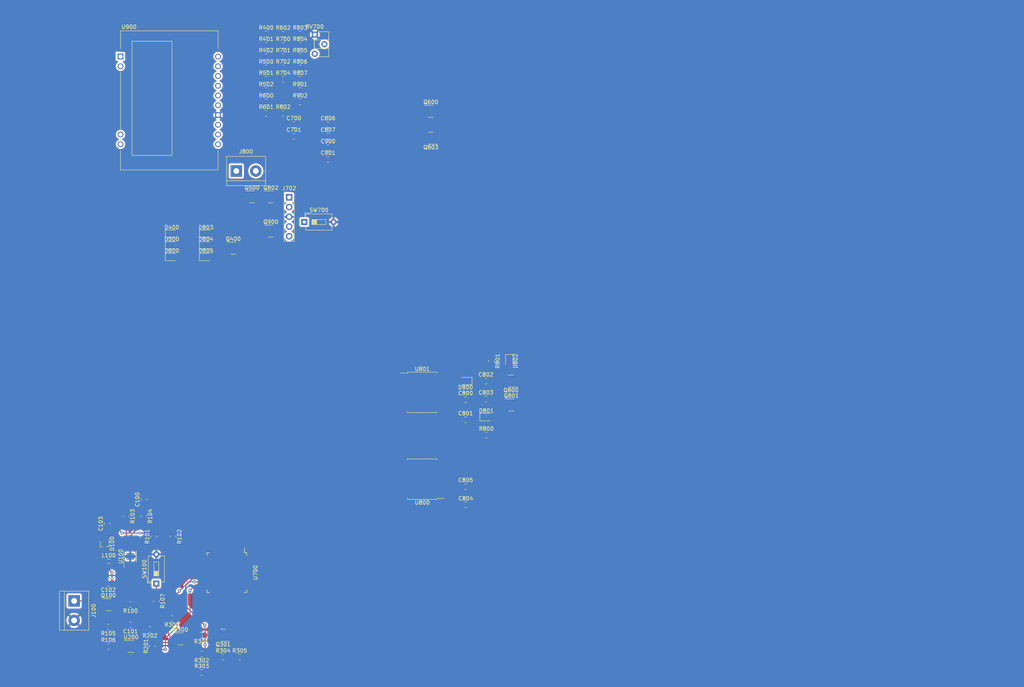
<source format=kicad_pcb>
(kicad_pcb (version 20221018) (generator pcbnew)
  (layers (0 "F.Cu" signal) (31 "B.Cu" signal) (34 "B.Paste" user) (35 "F.Paste" user) (36 "B.SilkS" user "B.Silkscreen") (37 "F.SilkS" user "F.Silkscreen") (38 "B.Mask" user) (39 "F.Mask" user) (44 "Edge.Cuts" user))
  (net 0 "")
  (net 1 "VBAT")
  (net 2 "GND")
  (net 3 "Net-(J800-Pin_1)")
  (net 4 "Net-(J800-Pin_2)")
  (net 5 "Net-(U100-RUN{slash}SS)")
  (net 6 "BAT_RPP")
  (net 7 "Net-(U100-FB)")
  (net 8 "3V3")
  (net 9 "Net-(D804-A)")
  (net 10 "Net-(C100-Pad1)")
  (net 11 "Net-(U100-VC)")
  (net 12 "Net-(Q100-G)")
  (net 13 "Net-(SW100A-A)")
  (net 14 "INA")
  (net 15 "CURENT_MON")
  (net 16 "Net-(Q300-B)")
  (net 17 "Net-(Q301-B)")
  (net 18 "Net-(Q301-C)")
  (net 19 "BAT_MON")
  (net 20 "Net-(Q300-C)")
  (net 21 "BAT_MON_CMD")
  (net 22 "Net-(D400-K)")
  (net 23 "Net-(Q400-C)")
  (net 24 "Net-(Q400-B)")
  (net 25 "Net-(Q500-B)")
  (net 26 "Net-(D500-K)")
  (net 27 "Net-(Q500-C)")
  (net 28 "Net-(Q600-B)")
  (net 29 "Net-(D600-K)")
  (net 30 "Net-(Q600-C)")
  (net 31 "Net-(SW700A-A)")
  (net 32 "Net-(U700-RB5{slash}AN13{slash}CPS5{slash}CCP3{slash}P3A{slash}T1G{slash}COM1)")
  (net 33 "MCLR{slash}VPP")
  (net 34 "Net-(D801-K)")
  (net 35 "Net-(D801-A)")
  (net 36 "Net-(D802-K)")
  (net 37 "Net-(D802-A)")
  (net 38 "Net-(U100-RT)")
  (net 39 "Net-(D804-K)")
  (net 40 "Net-(D805-K)")
  (net 41 "Net-(D805-A)")
  (net 42 "Net-(Q900-C)")
  (net 43 "Net-(R901-Pad2)")
  (net 44 "DISPLAY")
  (net 45 "Net-(Q900-B)")
  (net 46 "Net-(U700-RB0{slash}AN12{slash}CPS0{slash}SRI{slash}INT{slash}SEG0)")
  (net 48 "Net-(D100-K)")
  (net 51 "Net-(D803-K)")
  (net 54 "P1B")
  (net 55 "P1A")
  (net 59 "Net-(D800-K)")
  (net 63 "Net-(U100-BOOST)")
  (net 70 "Net-(C700-Pad2)")
  (net 77 "ICSPCLK")
  (net 78 "ICSPDAT")
  (net 79 "SA0")
  (net 80 "CS")
  (net 81 "IM1")
  (net 84 "RST")
  (net 85 "Net-(C701-Pad2)")
  (net 92 "SCL")
  (net 95 "SID")
  (net 96 "SDO")
  (net 98 "Net-(C900-Pad2)")
  (footprint "Capacitor_SMD:C_0805_2012Metric" (layer "F.Cu") (at 43.4572 167.2892 180)
    (fp_text reference "C102")
    (fp_text value "0.47u")
  )
  (footprint "Diode_SMD:D_0805_2012Metric" (layer "F.Cu") (at 68.8775 79.195)
    (fp_text reference "D804")
    (fp_text value "D")
  )
  (footprint "Package_SO:SOIC-16W_7.5x10.3mm_P1.27mm" (layer "F.Cu") (at 125.222 140.1318 180)
    (fp_text reference "U800")
    (fp_text value "IR2110S")
  )
  (footprint "Resistor_SMD:R_0805_2012Metric" (layer "F.Cu") (at 55.2428 155.0972 90)
    (fp_text reference "R101")
    (fp_text value "550k")
  )
  (footprint "Capacitor_SMD:C_0805_2012Metric" (layer "F.Cu") (at 141.8184 119.2276)
    (fp_text reference "C803")
    (fp_text value "100n")
  )
  (footprint "Connector_PinHeader_2.54mm:PinHeader_1x05_P2.54mm_Vertical" (layer "F.Cu") (at 90.5475 66.66)
    (fp_text reference "J702")
    (fp_text value "Conn_01x05_Pin")
  )
  (footprint "Capacitor_SMD:C_0805_2012Metric" (layer "F.Cu") (at 43.1524 151.7444 90)
    (fp_text reference "C103")
    (fp_text value "47u")
  )
  (footprint "Resistor_SMD:R_0805_2012Metric" (layer "F.Cu") (at 55.954 171.912 -90)
    (fp_text reference "R107")
    (fp_text value "2.2k")
  )
  (footprint "Resistor_SMD:R_0805_2012Metric" (layer "F.Cu") (at 88.9875 32.96)
    (fp_text reference "R702")
    (fp_text value "10k")
  )
  (footprint "Capacitor_SMD:C_0805_2012Metric" (layer "F.Cu") (at 91.7775 47.74)
    (fp_text reference "C700")
    (fp_text value "C")
  )
  (footprint "Package_TO_SOT_SMD:SOT-23" (layer "F.Cu") (at 85.7775 75.46)
    (fp_text reference "Q900")
    (fp_text value "BC817")
  )
  (footprint "Resistor_SMD:R_0805_2012Metric" (layer "F.Cu") (at 67.7672 185.7248 180)
    (fp_text reference "R302")
    (fp_text value "400k")
  )
  (footprint "Resistor_SMD:R_0805_2012Metric" (layer "F.Cu") (at 84.5775 35.91)
    (fp_text reference "R501")
    (fp_text value "45")
  )
  (footprint "LED_SMD:LED_0805_2012Metric" (layer "F.Cu") (at 59.9775 76.155)
    (fp_text reference "D400")
    (fp_text value "LED")
  )
  (footprint "Resistor_SMD:R_0805_2012Metric" (layer "F.Cu") (at 93.3975 32.96)
    (fp_text reference "R806")
    (fp_text value "1k")
  )
  (footprint "Resistor_SMD:R_0805_2012Metric" (layer "F.Cu") (at 93.3975 24.11)
    (fp_text reference "R803")
    (fp_text value "1k")
  )
  (footprint "Resistor_SMD:R_0805_2012Metric" (layer "F.Cu") (at 88.9875 44.76)
    (fp_text reference "R802")
    (fp_text value "1k")
  )
  (footprint "Resistor_SMD:R_0805_2012Metric" (layer "F.Cu") (at 84.5775 27.06)
    (fp_text reference "R401")
    (fp_text value "10k")
  )
  (footprint "Resistor_SMD:R_0805_2012Metric" (layer "F.Cu") (at 84.5775 32.96)
    (fp_text reference "R500")
    (fp_text value "10k")
  )
  (footprint "TerminalBlock:TerminalBlock_bornier-2_P5.08mm" (layer "F.Cu") (at 76.7875 59.81)
    (fp_text reference "J800")
    (fp_text value "Conn_01x02_Pin")
  )
  (footprint "Resistor_SMD:R_0805_2012Metric" (layer "F.Cu") (at 48.1308 149.814 -90)
    (fp_text reference "R103")
    (fp_text value "68.1k")
  )
  (footprint "Package_SO:MSOP-10-1EP_3x3mm_P0.5mm_EP1.68x1.88mm_ThermalVias" (layer "F.Cu") (at 49.134 160.2652 90)
    (fp_text reference "U100")
    (fp_text value "LT1912EMSE-PBF")
  )
  (footprint "Resistor_SMD:R_0805_2012Metric" (layer "F.Cu") (at 43.4572 178.6684 180)
    (fp_text reference "R105")
    (fp_text value "200")
  )
  (footprint "Resistor_SMD:R_0805_2012Metric" (layer "F.Cu") (at 73.3552 186.4868)
    (fp_text reference "R304")
    (fp_text value "10k")
  )
  (footprint "Package_TO_SOT_SMD:SOT-23" (layer "F.Cu") (at 80.8875 66.56)
    (fp_text reference "Q500")
    (fp_text value "BC817")
  )
  (footprint "Resistor_SMD:R_0805_2012Metric" (layer "F.Cu") (at 88.9875 24.11)
    (fp_text reference "R602")
    (fp_text value "1k")
  )
  (footprint "Resistor_SMD:R_0805_2012Metric" (layer "F.Cu") (at 93.3975 30.01)
    (fp_text reference "R805")
    (fp_text value "10")
  )
  (footprint "Resistor_SMD:R_0805_2012Metric" (layer "F.Cu") (at 67.6656 180.7972 180)
    (fp_text reference "R301")
    (fp_text value "1k")
  )
  (footprint "Package_TO_SOT_SMD:SOT-23" (layer "F.Cu") (at 148.4376 120.8024)
    (fp_text reference "Q801")
    (fp_text value "NMOS")
  )
  (footprint "Resistor_SMD:R_0805_2012Metric" (layer "F.Cu") (at 88.9875 27.06)
    (fp_text reference "R700")
    (fp_text value "1k")
  )
  (footprint "Package_TO_SOT_SMD:SOT-23" (layer "F.Cu") (at 62.3039 181.7472)
    (fp_text reference "Q300")
    (fp_text value "BC807")
  )
  (footprint "Capacitor_SMD:C_0805_2012Metric" (layer "F.Cu") (at 141.7828 114.554)
    (fp_text reference "C802")
    (fp_text value "22u")
  )
  (footprint "Diode_SMD:D_0805_2012Metric" (layer "F.Cu") (at 147.8788 109.3216 -90)
    (fp_text reference "D802")
    (fp_text value "D")
  )
  (footprint "Package_TO_SOT_SMD:SOT-23" (layer "F.Cu") (at 127.4572 51.2468 180)
    (fp_text reference "Q803")
    (fp_text value "NMOS")
  )
  (footprint "LED_SMD:LED_0805_2012Metric" (layer "F.Cu") (at 59.9775 82.235)
    (fp_text reference "D600")
    (fp_text value "LED")
  )
  (footprint "Package_TO_SOT_SMD:SOT-23-5" (layer "F.Cu") (at 49.3776 183.6928)
    (fp_text reference "U200")
    (fp_text value "INA169")
  )
  (footprint "Package_TO_SOT_SMD:SOT-23" (layer "F.Cu") (at 73.3552 180.7972 180)
    (fp_text reference "Q301")
    (fp_text value "BC817")
  )
  (footprint "Button_Switch_THT:SW_DIP_SPSTx01_Slide_6.7x4.1mm_W7.62mm_P2.54mm_LowProfile" (layer "F.Cu") (at 55.954 167.34 90)
    (fp_text reference "SW100")
    (fp_text value "SW_DPST_x2")
  )
  (footprint "LED_SMD:LED_0805_2012Metric" (layer "F.Cu") (at 59.9775 79.195)
    (fp_text reference "D500")
    (fp_text value "LED")
  )
  (footprint "Capacitor_SMD:C_0805_2012Metric" (layer "F.Cu") (at 136.4996 124.6632)
    (fp_text reference "C801")
    (fp_text value "22u")
  )
  (footprint "Capacitor_SMD:C_0805_2012Metric" (layer "F.Cu") (at 49.2332 178.1096 180)
    (fp_text reference "C101")
    (fp_text value "0.01u")
  )
  (footprint "Button_Switch_THT:SW_DIP_SPSTx01_Slide_6.7x4.1mm_W7.62mm_P2.54mm_LowProfile" (layer "F.Cu") (at 94.4975 73.11)
    (fp_text reference "SW700")
    (fp_text value "SW_DPST_x2")
  )
  (footprint "Resistor_SMD:R_0805_2012Metric" (layer "F.Cu") (at 54.9148 183.642 90)
    (fp_text reference "R201")
    (fp_text value "0.27")
  )
  (footprint "Package_TO_SOT_SMD:SOT-23" (layer "F.Cu") (at 148.336 114.554 180)
    (fp_text reference "Q800")
    (fp_text value "NMOS")
  )
  (footprint "Capacitor_SMD:C_0805_2012Metric" (layer "F.Cu") (at 136.4996 119.38)
    (fp_text reference "C800")
    (fp_text value "100n")
  )
  (footprint "Capacitor_SMD:C_0805_2012Metric" (layer "F.Cu") (at 52.7028 145.4452 90)
    (fp_text reference "C100")
    (fp_text value "470p")
  )
  (footprint "Diode_SMD:D_0805_2012Metric" (layer "F.Cu") (at 68.8775 76.155)
    (fp_text reference "D803")
    (fp_text value "D")
  )
  (footprint "Resistor_SMD:R_0805_2012Metric" (layer "F.Cu") (at 84.5775 41.81)
    (fp_text reference "R600")
    (fp_text value "10k")
  )
  (footprint "Resistor_SMD:R_0805_2012Metric" (layer "F.Cu") (at 77.6732 186.4868)
    (fp_text reference "R305")
    (fp_text value "1k")
  )
  (footprint "Resistor_SMD:R_0805_2012Metric" (layer "F.Cu") (at 59.9967 176.4284 180)
    (fp_text reference "R300")
    (fp_text value "10k")
  )
  (footprint "Package_TO_SOT_SMD:SOT-23" (layer "F.Cu") (at 127.4572 44.2468)
    (fp_text reference "Q600")
    (fp_text value "BC817")
  )
  (footprint "Diode_SMD:D_0805_2012Metric" (layer "F.Cu") (at 68.8775 82.235)
    (fp_text reference "D805")
    (fp_text value "D")
  )
  (footprint "Package_TO_SOT_SMD:SOT-23" (layer "F.Cu") (at 75.9975 79.91)
    (fp_text reference "Q400")
    (fp_text value "BC817")
  )
  (footprint "Package_SO:SOIC-16W_7.5x10.3mm_P1.27mm" (layer "F.Cu") (at 125.222 117.5004)
    (fp_text reference "U801")
    (fp_text value "IR2110S")
  )
  (footprint "Capacitor_SMD:C_0805_2012Metric" (layer "F.Cu") (at 100.6775 53.76)
    (fp_text reference "C900")
    (fp_text value "1u")
  )
  (footprint "Resistor_SMD:R_0805_2012Metric" (layer "F.Cu") (at 84.5775 24.11)
    (fp_text reference "R400")
    (fp_text value "45")
  )
  (footprint "Resistor_SMD:R_0805_2012Metric" (layer "F.Cu") (at 93.3975 41.81)
    (fp_text reference "R902")
    (fp_text value "1k")
  )
  (footprint "Package_TO_SOT_SMD:SOT-323_SC-70" (layer "F.Cu") (at 42.492 156.9768 -90)
    (fp_text reference "D100")
    (fp_text value "BAT54W")
  )
  (footprint "Resistor_SMD:R_0805_2012Metric" (layer "F.Cu") (at 84.5775 38.86)
    (fp_text reference "R502")
    (fp_text value "1k")
  )
  (footprint "Capacitor_SMD:C_0805_2012Metric" (layer "F.Cu") (at 100.6775 50.75)
    (fp_text reference "C807")
    (fp_text value "100n")
  )
  (footprint "Resistor_SMD:R_0805_2012Metric" (layer "F.Cu") (at 60.3228 155.0972 -90)
    (fp_text reference "R102")
    (fp_text value "110k")
  )
  (footprint "Capacitor_SMD:C_0805_2012Metric" (layer "F.Cu") (at 100.6775 47.74)
    (fp_text reference "C806")
    (fp_text value "22u")
  )
  (footprint "Resistor_SMD:R_0805_2012Metric" (layer "F.Cu") (at 93.3975 35.91)
    (fp_text reference "R807")
    (fp_text value "1k")
  )
  (footprint "Resistor_SMD:R_0805_2012Metric" (layer "F.Cu") (at 43.4572 183.6976)
    (fp_text reference "R106")
    (fp_text value "1k")
  )
  (footprint "Resistor_SMD:R_0805_2012Metric" (layer "F.Cu") (at 141.9098 128.6256)
    (fp_text reference "R800")
    (fp_text value "10")
  )
  (footprint "Diode_SMD:D_0805_2012Metric" (layer "F.Cu") (at 141.9098 123.952)
    (fp_text reference "D801")
    (fp_text value "D")
  )
  (footprint "Resistor_SMD:R_0805_2012Metric" (layer "F.Cu") (at 67.7672 190.5)
    (fp_text reference "R303")
    (fp_text value "104k")
  )
  (footprint "Resistor_SMD:R_0805_2012Metric" (layer "F.Cu") (at 49.223 172.801 180)
    (fp_text reference "R100")
    (fp_text value "500k")
  )
  (footprint "Resistor_SMD:R_0805_2012Metric" (layer "F.Cu") (at 143.2052 109.347 -90)
    (fp_text reference "R801")
    (fp_text value "10")
  )
  (footprint "Resistor_SMD:R_0805_2012Metric" (layer "F.Cu") (at 84.5775 44.76)
    (fp_text reference "R601")
    (fp_text value "45")
  )
  (footprint "Resistor_SMD:R_0805_2012Metric" (layer "F.Cu") (at 84.5775 30.01)
    (fp_text reference "R402")
    (fp_text value "1k")
  )
  (footprint "Package_TO_SOT_SMD:SOT-23" (layer "F.Cu") (at 85.7775 66.56)
    (fp_text reference "Q802")
    (fp_text value "NMOS")
  )
  (footprint "Resistor_SMD:R_0805_2012Metric" (layer "F.Cu") (at 54.3052 179.2732 180)
    (fp_text reference "R202")
    (fp_text value "1.5k")
  )
  (footprint "Capacitor_SMD:C_0805_2012Metric" (layer "F.Cu") (at 136.5098 142.0622)
    (fp_text reference "C805")
    (fp_text value "22u")
  )
  (footprint "Capacitor_SMD:C_0805_2012Metric" (layer "F.Cu") (at 91.7775 50.75)
    (fp_text reference "C701")
    (fp_text value "C")
  )
  (footprint "Display:EA_DOGS104X-A" (layer "F.Cu") (at 46.6325 29.98)
    (fp_text reference "U900")
    (fp_text value "EA DOGS164W-A")
  )
  (footprint "Capacitor_SMD:C_0805_2012Metric" (layer "F.Cu") (at 136.5504 146.8374)
    (fp_text reference "C804")
    (fp_text value "100n")
  )
  (footprint "Resistor_SMD:R_0805_2012Metric" (layer "F.Cu") (at 88.9875 30.01)
    (fp_text reference "R701")
    (fp_text value "10k")
  )
  (footprint "Package_TO_SOT_SMD:SOT-23" (layer "F.Cu") (at 43.4849 172.8264)
    (fp_text reference "Q100")
    (fp_text value "PMOS")
  )
  (footprint "Resistor_SMD:R_0805_2012Metric" (layer "F.Cu") (at 52.7028 149.7632 -90)
    (fp_text reference "R104")
    (fp_text value "20k")
  )
  (footprint "Inductor_SMD:L_0805_2012Metric" (layer "F.Cu") (at 43.5545 161.5488)
    (fp_text reference "L100")
    (fp_text value "6.8u")
  )
  (footprint "Resistor_SMD:R_0805_2012Metric" (layer "F.Cu") (at 93.3975 27.06)
    (fp_text reference "R804")
    (fp_text value "10")
  )
  (footprint "Potentiometer_THT:Potentiometer_ACP_CA6-H2,5_Horizontal" (layer "F.Cu") (at 97.2275 24.26)
    (fp_text reference "RV700")
    (fp_text value "R_Potentiometer")
  )
  (footprint "Capacitor_SMD:C_0805_2012Metric" (layer "F.Cu") (at 100.6775 56.77)
    (fp_text reference "C901")
    (fp_text value "1u")
  )
  (footprint "TerminalBlock:TerminalBlock_bornier-2_P5.08mm" (layer "F.Cu") (at 34.544 171.8564 -90)
    (fp_text reference "J100")
    (fp_text value "Conn_01x02_Pin")
  )
  (footprint "Diode_SMD:D_0805_2012Metric" (layer "F.Cu") (at 136.4996 114.554 180)
    (fp_text reference "D800")
    (fp_text value "D")
  )
  (footprint "Resistor_SMD:R_0805_2012Metric" (layer "F.Cu") (at 88.9875 35.91)
    (fp_text reference "R704")
    (fp_text value "10k")
  )
  (footprint "Resistor_SMD:R_0805_2012Metric" (layer "F.Cu") (at 93.3975 38.86)
    (fp_text reference "R901")
    (fp_text value "20")
  )
  (footprint "Package_QFP:TQFP-44_10x10mm_P0.8mm" (layer "F.Cu") (at 74.3204 164.4904 -90)
    (fp_text reference "U700")
    (fp_text value "PIC16F1937-IPT")
  )
  (segment (start 42.5474 171.8764) (end 42.5274 171.8564) (width 0.25) (layer "F.Cu") (net 1))
  (segment (start 42.5274 171.8564) (end 34.544 171.8564) (width 0.25) (layer "F.Cu") (net 1))
  (segment (start 143.3932 119.8524) (end 142.7684 119.2276) (width 0.25) (layer "F.Cu") (net 3))
  (segment (start 142.7328 114.554) (end 142.7328 119.192) (width 0.25) (layer "F.Cu") (net 3))
  (segment (start 147.5001 119.8524) (end 143.3932 119.8524) (width 0.25) (layer "F.Cu") (net 3))
  (segment (start 142.7328 119.192) (end 142.7684 119.2276) (width 0.25) (layer "F.Cu") (net 3))
  (segment (start 142.7328 114.554) (end 147.3985 114.554) (width 0.25) (layer "F.Cu") (net 3))
  (segment (start 50.134 162.4152) (end 50.134 172.7995) (width 0.25) (layer "F.Cu") (net 5))
  (segment (start 55.954 172.8245) (end 50.159 172.8245) (width 0.25) (layer "F.Cu") (net 5))
  (segment (start 50.1832 178.1096) (end 50.1832 172.8487) (width 0.25) (layer "F.Cu") (net 5))
  (segment (start 50.1832 172.8487) (end 50.1355 172.801) (width 0.25) (layer "F.Cu") (net 5))
  (segment (start 50.134 172.7995) (end 50.1355 172.801) (width 0.25) (layer "F.Cu") (net 5))
  (segment (start 50.159 172.8245) (end 50.1355 172.801) (width 0.25) (layer "F.Cu") (net 5))
  (segment (start 47.855849 184.6428) (end 45.9232 182.710151) (width 0.25) (layer "F.Cu") (net 6))
  (segment (start 59.0842 180.6994) (end 61.082 182.6972) (width 0.25) (layer "F.Cu") (net 6))
  (segment (start 44.4478 172.801) (end 44.4224 172.8264) (width 0.25) (layer "F.Cu") (net 6))
  (segment (start 48.3105 169.3447) (end 49.634 168.0212) (width 0.25) (layer "F.Cu") (net 6))
  (segment (start 44.3697 178.6684) (end 44.3697 172.8791) (width 0.25) (layer "F.Cu") (net 6))
  (segment (start 48.3105 172.801) (end 48.3105 169.3447) (width 0.25) (layer "F.Cu") (net 6))
  (segment (start 50.5151 182.752051) (end 50.5151 182.7428) (width 0.25) (layer "F.Cu") (net 6))
  (segment (start 61.3341 182.7295) (end 61.3664 182.6972) (width 0.25) (layer "F.Cu") (net 6))
  (segment (start 50.5151 182.7428) (end 54.9015 182.7428) (width 0.25) (layer "F.Cu") (net 6))
  (segment (start 54.9148 182.7295) (end 61.3341 182.7295) (width 0.25) (layer "F.Cu") (net 6))
  (segment (start 49.634 168.0212) (end 49.634 162.4152) (width 0.25) (layer "F.Cu") (net 6))
  (segment (start 45.9232 182.710151) (end 45.9232 180.1876) (width 0.25) (layer "F.Cu") (net 6))
  (segment (start 48.624351 184.6428) (end 50.5151 182.752051) (width 0.25) (layer "F.Cu") (net 6))
  (segment (start 45.9232 180.1876) (end 45.8889 180.1876) (width 0.25) (layer "F.Cu") (net 6))
  (segment (start 48.2401 184.6428) (end 47.855849 184.6428) (width 0.25) (layer "F.Cu") (net 6))
  (segment (start 59.0842 176.4284) (end 59.0842 180.6994) (width 0.25) (layer "F.Cu") (net 6))
  (segment (start 61.082 182.6972) (end 61.3664 182.6972) (width 0.25) (layer "F.Cu") (net 6))
  (segment (start 54.9015 182.7428) (end 54.9148 182.7295) (width 0.25) (layer "F.Cu") (net 6))
  (segment (start 48.2401 184.6428) (end 48.624351 184.6428) (width 0.25) (layer "F.Cu") (net 6))
  (segment (start 48.3105 172.801) (end 44.4478 172.801) (width 0.25) (layer "F.Cu") (net 6))
  (segment (start 45.8889 180.1876) (end 44.3697 178.6684) (width 0.25) (layer "F.Cu") (net 6))
  (segment (start 44.3697 172.8791) (end 44.4224 172.8264) (width 0.25) (layer "F.Cu") (net 6))
  (segment (start 49.134 158.1152) (end 49.134 157.324515) (width 0.25) (layer "F.Cu") (net 7))
  (segment (start 60.3228 156.0097) (end 55.2428 156.0097) (width 0.25) (layer "F.Cu") (net 7))
  (segment (start 49.134 157.324515) (end 50.448815 156.0097) (width 0.25) (layer "F.Cu") (net 7))
  (segment (start 50.448815 156.0097) (end 55.2428 156.0097) (width 0.25) (layer "F.Cu") (net 7))
  (segment (start 44.617 161.5488) (end 45.4834 162.4152) (width 0.25) (layer "F.Cu") (net 8))
  (segment (start 44.6408 154.1828) (end 44.617 154.159) (width 0.25) (layer "F.Cu") (net 8))
  (segment (start 135.5496 119.38) (end 135.5496 114.5665) (width 0.25) (layer "F.Cu") (net 8))
  (segment (start 51.7903 154.1847) (end 51.7884 154.1828) (width 0.25) (layer "F.Cu") (net 8))
  (segment (start 135.6004 146.8374) (end 135.6004 142.1028) (width 0.25) (layer "F.Cu") (net 8))
  (segment (start 129.872 119.4054) (end 135.5242 119.4054) (width 0.25) (layer "F.Cu") (net 8))
  (segment (start 45.4834 162.4152) (end 48.134 162.4152) (width 0.25) (layer "F.Cu") (net 8))
  (segment (start 44.617 161.5488) (end 44.617 154.159) (width 0.25) (layer "F.Cu") (net 8))
  (segment (start 135.5598 142.0622) (end 135.5598 124.6734) (width 0.25) (layer "F.Cu") (net 8))
  (segment (start 135.5496 124.6632) (end 135.5496 119.38) (width 0.25) (layer "F.Cu") (net 8))
  (segment (start 135.6004 142.1028) (end 135.5598 142.0622) (width 0.25) (layer "F.Cu") (net 8))
  (segment (start 47.064 154.1828) (end 45.5756 152.6944) (width 0.25) (layer "F.Cu") (net 8))
  (segment (start 135.5242 119.4054) (end 135.5496 119.38) (width 0.25) (layer "F.Cu") (net 8))
  (segment (start 55.2428 154.1847) (end 51.7903 154.1847) (width 0.25) (layer "F.Cu") (net 8))
  (segment (start 129.872 142.0368) (end 135.5344 142.0368) (width 0.25) (layer "F.Cu") (net 8))
  (segment (start 135.5344 142.0368) (end 135.5598 142.0622) (width 0.25) (layer "F.Cu") (net 8))
  (segment (start 45.5756 152.6944) (end 43.1524 152.6944) (width 0.25) (layer "F.Cu") (net 8))
  (segment (start 135.5496 114.5665) (end 135.5621 114.554) (width 0.25) (layer "F.Cu") (net 8))
  (segment (start 44.617 154.159) (end 43.1524 152.6944) (width 0.25) (layer "F.Cu") (net 8))
  (segment (start 135.5598 124.6734) (end 135.5496 124.6632) (width 0.25) (layer "F.Cu") (net 8))
  (via (at 47.064 154.1828) (size 0.8) (drill 0.4) (layers "F.Cu" "B.Cu") (net 8))
  (via (at 51.7884 154.1828) (size 0.8) (drill 0.4) (layers "F.Cu" "B.Cu") (net 8))
  (segment (start 51.7884 154.1828) (end 47.064 154.1828) (width 0.25) (layer "B.Cu") (net 8))
  (segment (start 52.7028 148.8507) (end 52.7028 146.3952) (width 0.25) (layer "F.Cu") (net 10))
  (segment (start 48.634 155.4576) (end 52.7028 151.3888) (width 0.25) (layer "F.Cu") (net 11))
  (segment (start 52.7028 151.3888) (end 52.7028 150.6757) (width 0.25) (layer "F.Cu") (net 11))
  (segment (start 48.634 158.1152) (end 48.634 155.4576) (width 0.25) (layer "F.Cu") (net 11))
  (segment (start 42.5447 173.7791) (end 42.5474 173.7764) (width 0.25) (layer "F.Cu") (net 12))
  (segment (start 42.5447 178.6684) (end 42.5447 173.7791) (width 0.25) (layer "F.Cu") (net 12))
  (segment (start 42.5447 183.6976) (end 42.5447 178.6684) (width 0.25) (layer "F.Cu") (net 12))
  (segment (start 55.954 170.9995) (end 55.954 167.34) (width 0.25) (layer "F.Cu") (net 13))
  (segment (start 66.142 167.6904) (end 68.6204 167.6904) (width 0.25) (layer "F.Cu") (net 14))
  (segment (start 54.8265 184.6428) (end 54.9148 184.5545) (width 0.25) (layer "F.Cu") (net 14))
  (segment (start 50.5151 184.6428) (end 54.8265 184.6428) (width 0.25) (layer "F.Cu") (net 14))
  (segment (start 64.7192 169.1132) (end 66.142 167.6904) (width 0.25) (layer "F.Cu") (net 14))
  (segment (start 58.2695 184.5545) (end 58.3184 184.5056) (width 0.25) (layer "F.Cu") (net 14))
  (segment (start 54.9148 184.5545) (end 58.2695 184.5545) (width 0.25) (layer "F.Cu") (net 14))
  (via (at 64.7192 169.1132) (size 0.8) (drill 0.4) (layers "F.Cu" "B.Cu") (net 14))
  (via (at 58.3184 184.5056) (size 0.8) (drill 0.4) (layers "F.Cu" "B.Cu") (net 14))
  (segment (start 58.3184 181.6608) (end 61.5188 178.4604) (width 0.25) (layer "B.Cu") (net 14))
  (segment (start 64.7192 175.26) (end 64.7192 169.1132) (width 0.25) (layer "B.Cu") (net 14))
  (segment (start 58.3184 184.5056) (end 58.3184 181.6608) (width 0.25) (layer "B.Cu") (net 14))
  (segment (start 61.5188 178.4604) (end 64.7192 175.26) (width 0.25) (layer "B.Cu") (net 14))
  (segment (start 65.9 166.8904) (end 65.8876 166.878) (width 0.25) (layer "F.Cu") (net 15))
  (segment (start 48.2401 181.6299) (end 48.5648 181.3052) (width 0.25) (layer "F.Cu") (net 15))
  (segment (start 53.3927 177.8997) (end 54.0512 177.2412) (width 0.25) (layer "F.Cu") (net 15))
  (segment (start 48.2401 182.7428) (end 48.2401 181.6299) (width 0.25) (layer "F.Cu") (net 15))
  (segment (start 68.6204 166.8904) (end 65.9 166.8904) (width 0.25) (layer "F.Cu") (net 15))
  (segment (start 48.5648 181.3052) (end 51.3607 181.3052) (width 0.25) (layer "F.Cu") (net 15))
  (segment (start 61.976 169.3164) (end 61.976 169.2656) (width 0.25) (layer "F.Cu") (net 15))
  (segment (start 54.0512 177.2412) (end 61.976 169.3164) (width 0.25) (layer "F.Cu") (net 15))
  (segment (start 53.3927 179.2732) (end 53.3927 177.8997) (width 0.25) (layer "F.Cu") (net 15))
  (segment (start 53.3927 179.2732) (end 53.4416 179.2243) (width 0.25) (layer "F.Cu") (net 15))
  (segment (start 51.3607 181.3052) (end 53.3927 179.2732) (width 0.25) (layer "F.Cu") (net 15))
  (via (at 65.8876 166.878) (size 0.8) (drill 0.4) (layers "F.Cu" "B.Cu") (net 15))
  (via (at 61.976 169.2656) (size 0.8) (drill 0.4) (layers "F.Cu" "B.Cu") (net 15))
  (segment (start 65.8876 166.878) (end 64.3636 166.878) (width 0.25) (layer "B.Cu") (net 15))
  (segment (start 64.3636 166.878) (end 61.976 169.2656) (width 0.25) (layer "B.Cu") (net 15))
  (segment (start 66.7531 180.7972) (end 61.3664 180.7972) (width 0.25) (layer "F.Cu") (net 16))
  (segment (start 61.3664 176.8856) (end 61.3664 180.7972) (width 0.25) (layer "F.Cu") (net 16))
  (segment (start 60.9092 176.4284) (end 61.3664 176.8856) (width 0.25) (layer "F.Cu") (net 16))
  (segment (start 74.2677 186.4868) (end 76.7607 186.4868) (width 0.25) (layer "F.Cu") (net 17))
  (segment (start 74.2677 186.4868) (end 74.2677 181.7722) (width 0.25) (layer "F.Cu") (net 17))
  (segment (start 74.2677 181.7722) (end 74.2927 181.7472) (width 0.25) (layer "F.Cu") (net 17))
  (segment (start 68.5781 180.7972) (end 72.4177 180.7972) (width 0.25) (layer "F.Cu") (net 18))
  (segment (start 65.4052 166.0904) (end 68.6204 166.0904) (width 0.25) (layer "F.Cu") (net 19))
  (segment (start 68.6797 185.7248) (end 68.6797 183.3353) (width 0.25) (layer "F.Cu") (net 19))
  (segment (start 68.6797 190.5) (end 68.6797 185.7248) (width 0.25) (layer "F.Cu") (net 19))
  (segment (start 68.6797 183.3353) (end 68.6308 183.2864) (width 0.25) (layer "F.Cu") (net 19))
  (segment (start 68.58 178.2064) (end 63.6016 173.228) (width 0.25) (layer "F.Cu") (net 19))
  (segment (start 63.6016 167.894) (end 65.4052 166.0904) (width 0.25) (layer "F.Cu") (net 19))
  (segment (start 63.6016 173.228) (end 63.6016 167.894) (width 0.25) (layer "F.Cu") (net 19))
  (via (at 68.58 178.2064) (size 0.8) (drill 0.4) (layers "F.Cu" "B.Cu") (net 19))
  (via (at 68.6308 183.2864) (size 0.8) (drill 0.4) (layers "F.Cu" "B.Cu") (net 19))
  (segment (start 68.6308 183.2864) (end 68.6308 178.2572) (width 0.25) (layer "B.Cu") (net 19))
  (segment (start 68.6308 178.2572) (end 68.58 178.2064) (width 0.25) (layer "B.Cu") (net 19))
  (segment (start 66.8547 185.3605) (end 66.8547 185.7248) (width 0.25) (layer "F.Cu") (net 20))
  (segment (start 63.2414 181.7472) (end 66.8547 185.3605) (width 0.25) (layer "F.Cu") (net 20))
  (segment (start 80.0204 165.2904) (end 83.1976 165.2904) (width 0.25) (layer "F.Cu") (net 21))
  (segment (start 83.1976 165.2904) (end 83.9724 166.0652) (width 0.25) (layer "F.Cu") (net 21))
  (segment (start 80.5688 186.4868) (end 78.5857 186.4868) (width 0.25) (layer "F.Cu") (net 21))
  (segment (start 83.9724 183.0832) (end 80.5688 186.4868) (width 0.25) (layer "F.Cu") (net 21))
  (segment (start 83.9724 166.0652) (end 83.9724 183.0832) (width 0.25) (layer "F.Cu") (net 21))
  (segment (start 140.9973 128.6256) (end 140.9973 123.977) (width 0.25) (layer "F.Cu") (net 34))
  (segment (start 140.9973 123.977) (end 140.9723 123.952) (width 0.25) (layer "F.Cu") (net 34))
  (segment (start 145.0469 121.7524) (end 147.5001 121.7524) (width 0.25) (layer "F.Cu") (net 35))
  (segment (start 142.8223 128.6256) (end 142.8223 123.977) (width 0.25) (layer "F.Cu") (net 35))
  (segment (start 142.8473 123.952) (end 145.0469 121.7524) (width 0.25) (layer "F.Cu") (net 35))
  (segment (start 142.8223 123.977) (end 142.8473 123.952) (width 0.25) (layer "F.Cu") (net 35))
  (segment (start 149.987 112.8905) (end 149.2735 113.604) (width 0.25) (layer "F.Cu") (net 36))
  (segment (start 147.8788 108.3841) (end 143.2556 108.3841) (width 0.25) (layer "F.Cu") (net 36))
  (segment (start 143.2556 108.3841) (end 143.2052 108.4345) (width 0.25) (layer "F.Cu") (net 36))
  (segment (start 147.8788 108.3841) (end 149.0241 108.3841) (width 0.25) (layer "F.Cu") (net 36))
  (segment (start 149.0241 108.3841) (end 149.987 109.347) (width 0.25) (layer "F.Cu") (net 36))
  (segment (start 149.987 109.347) (end 149.987 112.8905) (width 0.25) (layer "F.Cu") (net 36))
  (segment (start 143.2056 110.2591) (end 143.2052 110.2595) (width 0.25) (layer "F.Cu") (net 37))
  (segment (start 147.8788 110.2591) (end 143.2056 110.2591) (width 0.25) (layer "F.Cu") (net 37))
  (segment (start 48.134 158.1152) (end 48.134 150.7297) (width 0.25) (layer "F.Cu") (net 38))
  (segment (start 48.134 150.7297) (end 48.1308 150.7265) (width 0.25) (layer "F.Cu") (net 38))
  (segment (start 48.1308 158.112) (end 48.134 158.1152) (width 0.25) (layer "F.Cu") (net 38))
  (segment (start 44.4072 165.9969) (end 44.4224 165.9817) (width 0.25) (layer "F.Cu") (net 48))
  (segment (start 42.492 161.5488) (end 42.492 157.9768) (width 0.25) (layer "F.Cu") (net 48))
  (segment (start 42.492 162.5648) (end 42.492 161.5488) (width 0.25) (layer "F.Cu") (net 48))
  (segment (start 44.4072 167.2892) (end 44.4072 165.9969) (width 0.25) (layer "F.Cu") (net 48))
  (segment (start 49.134 162.4152) (end 49.134 164.8636) (width 0.25) (layer "F.Cu") (net 48))
  (segment (start 44.4224 164.5327) (end 44.4224 164.4952) (width 0.25) (layer "F.Cu") (net 48))
  (segment (start 49.134 164.8636) (end 46.7084 167.2892) (width 0.25) (layer "F.Cu") (net 48))
  (segment (start 44.4224 167.274) (end 44.4072 167.2892) (width 0.25) (layer "F.Cu") (net 48))
  (segment (start 44.4224 164.4952) (end 42.492 162.5648) (width 0.25) (layer "F.Cu") (net 48))
  (segment (start 46.7084 167.2892) (end 44.4072 167.2892) (width 0.25) (layer "F.Cu") (net 48))
  (via (at 44.4224 165.9817) (size 0.8) (drill 0.4) (layers "F.Cu" "B.Cu") (net 48))
  (via (at 44.4224 164.5327) (size 0.8) (drill 0.4) (layers "F.Cu" "B.Cu") (net 48))
  (segment (start 44.4224 165.9817) (end 44.4224 164.5327) (width 0.25) (layer "B.Cu") (net 48))
  (segment (start 140.8328 114.554) (end 140.8328 119.192) (width 0.25) (layer "F.Cu") (net 59))
  (segment (start 140.8328 119.192) (end 140.8684 119.2276) (width 0.25) (layer "F.Cu") (net 59))
  (segment (start 140.8328 114.554) (end 137.4371 114.554) (width 0.25) (layer "F.Cu") (net 59))
  (segment (start 140.8453 114.5415) (end 140.8328 114.554) (width 0.25) (layer "F.Cu") (net 59))
  (segment (start 42.5072 166.258) (end 42.5072 167.2892) (width 0.25) (layer "F.Cu") (net 63))
  (segment (start 43.508 165.2572) (end 42.5072 166.258) (width 0.25) (layer "F.Cu") (net 63))
  (segment (start 48.634 162.4152) (end 48.634 164.1952) (width 0.25) (layer "F.Cu") (net 63))
  (segment (start 48.634 164.1952) (end 47.572 165.2572) (width 0.25) (layer "F.Cu") (net 63))
  (segment (start 47.572 165.2572) (end 43.508 165.2572) (width 0.25) (layer "F.Cu") (net 63))
  (zone (net 2) (net_name "GND") (layer "F.Cu") (connect_pads (clearance 0.5)) (min_thickness 0.25) (fill yes (thermal_gap 0.5) (thermal_bridge_width 0.5))
    (polygon (pts (xy 15.24 15.24) (xy 15.24 194.31) (xy 281.94 194.31) (xy 281.94 15.24)))
  )
  (zone (net 2) (net_name "GND") (layer "B.Cu") (connect_pads (clearance 0.5)) (min_thickness 0.25) (fill yes (thermal_gap 0.5) (thermal_bridge_width 0.5))
    (polygon (pts (xy 15.24 15.24) (xy 15.24 194.31) (xy 281.94 194.31) (xy 281.94 15.24)))
  )
)
</source>
